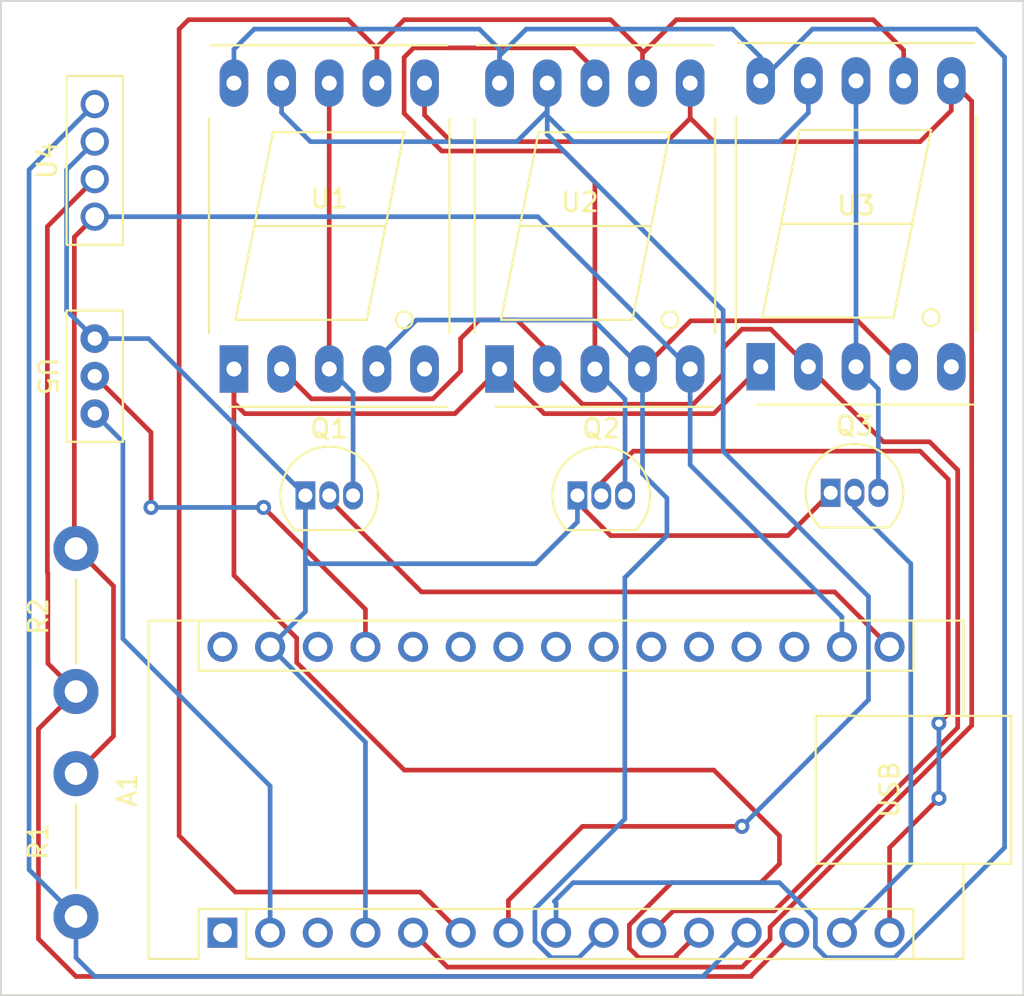
<source format=kicad_pcb>
(kicad_pcb (version 20211014) (generator pcbnew)
  (layers (0 "F.Cu" signal) (31 "B.Cu" signal) (34 "B.Paste" user) (35 "F.Paste" user) (36 "B.SilkS" user "B.Silkscreen") (37 "F.SilkS" user "F.Silkscreen") (38 "B.Mask" user) (39 "F.Mask" user) (44 "Edge.Cuts" user))
  (net 0 "")
  (net 2 "Net-(A1-Pad2)")
  (net 4 "Net-(Q1-Pad3)")
  (net 5 "Net-(Q2-Pad3)")
  (net 6 "Net-(Q3-Pad3)")
  (net 16 "Net-(A1-Pad12)")
  (net 19 "Net-(A1-Pad13)")
  (net 20 "GND")
  (net 21 "seg3")
  (net 22 "seg2")
  (net 23 "seg1")
  (net 24 "hm")
  (net 25 "vbr")
  (net 26 "hb")
  (net 27 "vbl")
  (net 28 "+5V")
  (net 29 "+3.3V")
  (net 32 "vtr")
  (net 33 "ht")
  (net 34 "vtl")
  (footprint "custom:resistor" (layer "F.Cu") (at 123 105.81 90)
    (fp_text reference "R1" (at 4 -2 90) (layer "F.SilkS"))
    (fp_text value "5.6K")
    (fp_line (start 6 0) (end 1.5 0) (layer "F.SilkS") (width 0.12))
    (pad "1" thru_hole circle (at 0 0 90) (size 2.4 2.4) (drill 1.2) (layers *.Cu *.Mask) (net 16 "Net-(A1-Pad12)"))
    (pad "2" thru_hole oval (at 7.62 0 90) (size 2.4 2.4) (drill 1.2) (layers *.Cu *.Mask) (net 29 "+3.3V"))
  )
  (footprint "Package_TO_SOT_THT:TO-92_Inline" (layer "F.Cu") (at 149.73 83.36)
    (fp_text reference "Q2" (at 1.27 -3.56) (layer "F.SilkS"))
    (fp_text value "2N3904")
    (fp_line (start -0.53 1.85) (end 3.07 1.85) (layer "F.SilkS") (width 0.12))
    (fp_arc (start 1.27 -2.6) (mid 3.672087 -0.994977) (end 3.108478 1.838478) (layer "F.SilkS") (width 0.12))
    (fp_arc (start -0.568478 1.838478) (mid -1.132087 -0.994977) (end 1.27 -2.6) (layer "F.SilkS") (width 0.12))
    (pad "1" thru_hole rect (at 0 0) (size 1.05 1.5) (drill 0.75) (layers *.Cu *.Mask) (net 20 "GND"))
    (pad "2" thru_hole oval (at 1.27 0) (size 1.05 1.5) (drill 0.75) (layers *.Cu *.Mask) (net 22 "seg2"))
    (pad "3" thru_hole oval (at 2.54 0) (size 1.05 1.5) (drill 0.75) (layers *.Cu *.Mask) (net 5 "Net-(Q2-Pad3)"))
  )
  (footprint "Package_TO_SOT_THT:TO-92_Inline" (layer "F.Cu") (at 163.23 83.22)
    (fp_text reference "Q3" (at 1.27 -3.56) (layer "F.SilkS"))
    (fp_text value "2N3904")
    (fp_line (start -0.53 1.85) (end 3.07 1.85) (layer "F.SilkS") (width 0.12))
    (fp_arc (start -0.568478 1.838478) (mid -1.132087 -0.994977) (end 1.27 -2.6) (layer "F.SilkS") (width 0.12))
    (fp_arc (start 1.27 -2.6) (mid 3.672087 -0.994977) (end 3.108478 1.838478) (layer "F.SilkS") (width 0.12))
    (pad "1" thru_hole rect (at 0 0) (size 1.05 1.5) (drill 0.75) (layers *.Cu *.Mask) (net 20 "GND"))
    (pad "2" thru_hole oval (at 1.27 0) (size 1.05 1.5) (drill 0.75) (layers *.Cu *.Mask) (net 21 "seg3"))
    (pad "3" thru_hole oval (at 2.54 0) (size 1.05 1.5) (drill 0.75) (layers *.Cu *.Mask) (net 6 "Net-(Q3-Pad3)"))
  )
  (footprint "Module:Arduino_Nano" (layer "F.Cu") (at 130.81 106.67 90)
    (fp_text reference "A1" (at 7.62 -5.08 90) (layer "F.SilkS"))
    (fp_text value "Arduino_Nano_Every")
    (fp_text user "USB" (at 7.62 35.56 90 unlocked) (layer "F.SilkS"))
    (fp_line (start 16.64 39.5) (end 11.56 39.5) (layer "F.SilkS") (width 0.12))
    (fp_line (start -1.4 39.5) (end 3.68 39.5) (layer "F.SilkS") (width 0.12))
    (fp_line (start 13.97 36.83) (end 16.64 36.83) (layer "F.SilkS") (width 0.12))
    (fp_line (start 16.64 -3.94) (end -1.4 -3.94) (layer "F.SilkS") (width 0.12))
    (fp_line (start -1.4 -3.94) (end -1.4 -1.27) (layer "F.SilkS") (width 0.12))
    (fp_line (start 13.97 -1.27) (end 16.64 -1.27) (layer "F.SilkS") (width 0.12))
    (fp_line (start 1.27 36.83) (end -1.4 36.83) (layer "F.SilkS") (width 0.12))
    (fp_line (start -1.4 1.27) (end -1.4 39.5) (layer "F.SilkS") (width 0.12))
    (fp_line (start 1.27 1.27) (end -1.4 1.27) (layer "F.SilkS") (width 0.12))
    (fp_line (start 11.56 42.04) (end 3.68 42.04) (layer "F.SilkS") (width 0.12))
    (fp_line (start 1.27 1.27) (end 1.27 36.83) (layer "F.SilkS") (width 0.12))
    (fp_line (start 13.97 -1.27) (end 13.97 36.83) (layer "F.SilkS") (width 0.12))
    (fp_line (start 1.27 1.27) (end 1.27 -1.27) (layer "F.SilkS") (width 0.12))
    (fp_line (start 1.27 -1.27) (end -1.4 -1.27) (layer "F.SilkS") (width 0.12))
    (fp_line (start 3.68 42.04) (end 3.68 31.62) (layer "F.SilkS") (width 0.12))
    (fp_line (start 11.56 31.62) (end 11.56 42.04) (layer "F.SilkS") (width 0.12))
    (fp_line (start 3.68 31.62) (end 11.56 31.62) (layer "F.SilkS") (width 0.12))
    (fp_line (start 16.64 39.5) (end 16.64 -3.94) (layer "F.SilkS") (width 0.12))
    (pad "1" thru_hole rect (at 0 0 90) (size 1.6 1.6) (drill 1) (layers *.Cu *.Mask))
    (pad "2" thru_hole oval (at 0 2.54 90) (size 1.6 1.6) (drill 1) (layers *.Cu *.Mask) (net 2 "Net-(A1-Pad2)"))
    (pad "3" thru_hole oval (at 0 5.08 90) (size 1.6 1.6) (drill 1) (layers *.Cu *.Mask))
    (pad "4" thru_hole oval (at 0 7.62 90) (size 1.6 1.6) (drill 1) (layers *.Cu *.Mask) (net 20 "GND"))
    (pad "5" thru_hole oval (at 0 10.16 90) (size 1.6 1.6) (drill 1) (layers *.Cu *.Mask) (net 32 "vtr"))
    (pad "6" thru_hole oval (at 0 12.7 90) (size 1.6 1.6) (drill 1) (layers *.Cu *.Mask) (net 33 "ht"))
    (pad "7" thru_hole oval (at 0 15.24 90) (size 1.6 1.6) (drill 1) (layers *.Cu *.Mask) (net 34 "vtl"))
    (pad "8" thru_hole oval (at 0 17.78 90) (size 1.6 1.6) (drill 1) (layers *.Cu *.Mask) (net 24 "hm"))
    (pad "9" thru_hole oval (at 0 20.32 90) (size 1.6 1.6) (drill 1) (layers *.Cu *.Mask) (net 25 "vbr"))
    (pad "10" thru_hole oval (at 0 22.86 90) (size 1.6 1.6) (drill 1) (layers *.Cu *.Mask) (net 26 "hb"))
    (pad "11" thru_hole oval (at 0 25.4 90) (size 1.6 1.6) (drill 1) (layers *.Cu *.Mask) (net 27 "vbl"))
    (pad "12" thru_hole oval (at 0 27.94 90) (size 1.6 1.6) (drill 1) (layers *.Cu *.Mask) (net 16 "Net-(A1-Pad12)"))
    (pad "13" thru_hole oval (at 0 30.48 90) (size 1.6 1.6) (drill 1) (layers *.Cu *.Mask) (net 19 "Net-(A1-Pad13)"))
    (pad "14" thru_hole oval (at 0 33.02 90) (size 1.6 1.6) (drill 1) (layers *.Cu *.Mask) (net 21 "seg3"))
    (pad "15" thru_hole oval (at 0 35.56 90) (size 1.6 1.6) (drill 1) (layers *.Cu *.Mask) (net 22 "seg2"))
    (pad "16" thru_hole oval (at 15.24 35.56 90) (size 1.6 1.6) (drill 1) (layers *.Cu *.Mask) (net 23 "seg1"))
    (pad "17" thru_hole oval (at 15.24 33.02 90) (size 1.6 1.6) (drill 1) (layers *.Cu *.Mask) (net 29 "+3.3V"))
    (pad "18" thru_hole oval (at 15.24 30.48 90) (size 1.6 1.6) (drill 1) (layers *.Cu *.Mask))
    (pad "19" thru_hole oval (at 15.24 27.94 90) (size 1.6 1.6) (drill 1) (layers *.Cu *.Mask))
    (pad "20" thru_hole oval (at 15.24 25.4 90) (size 1.6 1.6) (drill 1) (layers *.Cu *.Mask))
    (pad "21" thru_hole oval (at 15.24 22.86 90) (size 1.6 1.6) (drill 1) (layers *.Cu *.Mask))
    (pad "22" thru_hole oval (at 15.24 20.32 90) (size 1.6 1.6) (drill 1) (layers *.Cu *.Mask))
    (pad "23" thru_hole oval (at 15.24 17.78 90) (size 1.6 1.6) (drill 1) (layers *.Cu *.Mask))
    (pad "24" thru_hole oval (at 15.24 15.24 90) (size 1.6 1.6) (drill 1) (layers *.Cu *.Mask))
    (pad "25" thru_hole oval (at 15.24 12.7 90) (size 1.6 1.6) (drill 1) (layers *.Cu *.Mask))
    (pad "26" thru_hole oval (at 15.24 10.16 90) (size 1.6 1.6) (drill 1) (layers *.Cu *.Mask))
    (pad "27" thru_hole oval (at 15.24 7.62 90) (size 1.6 1.6) (drill 1) (layers *.Cu *.Mask) (net 28 "+5V"))
    (pad "28" thru_hole oval (at 15.24 5.08 90) (size 1.6 1.6) (drill 1) (layers *.Cu *.Mask))
    (pad "29" thru_hole oval (at 15.24 2.54 90) (size 1.6 1.6) (drill 1) (layers *.Cu *.Mask) (net 20 "GND"))
    (pad "30" thru_hole oval (at 15.24 0 90) (size 1.6 1.6) (drill 1) (layers *.Cu *.Mask))
  )
  (footprint "custom:resistor" (layer "F.Cu") (at 123 93.81 90)
    (fp_text reference "R2" (at 4 -2 90) (layer "F.SilkS"))
    (fp_text value "5.6K")
    (fp_line (start 6 0) (end 1.5 0) (layer "F.SilkS") (width 0.12))
    (pad "1" thru_hole circle (at 0 0 90) (size 2.4 2.4) (drill 1.2) (layers *.Cu *.Mask) (net 19 "Net-(A1-Pad13)"))
    (pad "2" thru_hole oval (at 7.62 0 90) (size 2.4 2.4) (drill 1.2) (layers *.Cu *.Mask) (net 29 "+3.3V"))
  )
  (footprint "Display_7Segment:7SegmentLED_LTS6760_LTS6780" (layer "F.Cu") (at 145.58 76.62 90)
    (fp_text reference "U2" (at 8.89 4.28 180) (layer "F.SilkS"))
    (fp_text value "7-seg")
    (fp_line (start 7.62 1.08) (end 2.62 0.08) (layer "F.SilkS") (width 0.12))
    (fp_line (start 7.62 8.08) (end 7.62 1.08) (layer "F.SilkS") (width 0.12))
    (fp_line (start 12.62 2.08) (end 12.62 9.08) (layer "F.SilkS") (width 0.12))
    (fp_line (start 12.62 9.08) (end 7.62 8.08) (layer "F.SilkS") (width 0.12))
    (fp_line (start 12.62 2.08) (end 7.62 1.08) (layer "F.SilkS") (width 0.12))
    (fp_line (start 2.62 0.08) (end 2.62 7.08) (layer "F.SilkS") (width 0.12))
    (fp_line (start 2.62 7.08) (end 7.62 8.08) (layer "F.SilkS") (width 0.12))
    (fp_line (start -2.015 -0.22) (end -2.015 11.38) (layer "F.SilkS") (width 0.12))
    (fp_line (start 1.905 -1.33) (end 13.335 -1.33) (layer "F.SilkS") (width 0.12))
    (fp_line (start 17.255 11.38) (end 17.255 -1.22) (layer "F.SilkS") (width 0.12))
    (fp_line (start 1.905 11.49) (end 13.335 11.49) (layer "F.SilkS") (width 0.12))
    (fp_circle (center 2.62 9.08) (end 3.067214 9.08) (layer "F.SilkS") (width 0.12) (fill none))
    (pad "1" thru_hole rect (at 0 0) (size 1.524 2.524) (drill 0.8) (layers *.Cu *.Mask) (net 27 "vbl"))
    (pad "2" thru_hole oval (at 0 2.54) (size 1.524 2.524) (drill 0.8) (layers *.Cu *.Mask) (net 26 "hb"))
    (pad "3" thru_hole oval (at 0 5.08) (size 1.524 2.524) (drill 0.8) (layers *.Cu *.Mask) (net 5 "Net-(Q2-Pad3)"))
    (pad "4" thru_hole oval (at 0 7.62) (size 1.524 2.524) (drill 0.8) (layers *.Cu *.Mask) (net 25 "vbr"))
    (pad "5" thru_hole oval (at 0 10.16) (size 1.524 2.524) (drill 0.8) (layers *.Cu *.Mask) (net 29 "+3.3V"))
    (pad "6" thru_hole oval (at 15.24 10.16) (size 1.524 2.524) (drill 0.8) (layers *.Cu *.Mask) (net 32 "vtr"))
    (pad "7" thru_hole oval (at 15.24 7.62) (size 1.524 2.524) (drill 0.8) (layers *.Cu *.Mask) (net 33 "ht"))
    (pad "8" thru_hole oval (at 15.24 5.08) (size 1.524 2.524) (drill 0.8) (layers *.Cu *.Mask) (net 5 "Net-(Q2-Pad3)"))
    (pad "9" thru_hole oval (at 15.24 2.54) (size 1.524 2.524) (drill 0.8) (layers *.Cu *.Mask) (net 34 "vtl"))
    (pad "10" thru_hole oval (at 15.24 0) (size 1.524 2.524) (drill 0.8) (layers *.Cu *.Mask) (net 24 "hm"))
  )
  (footprint "Display_7Segment:7SegmentLED_LTS6760_LTS6780" (layer "F.Cu") (at 159.5 76.5 90)
    (fp_text reference "U3" (at 8.587048 5.08 180) (layer "F.SilkS"))
    (fp_text value "7-seg")
    (fp_line (start 12.62 9.08) (end 7.62 8.08) (layer "F.SilkS") (width 0.12))
    (fp_line (start 12.62 2.08) (end 7.62 1.08) (layer "F.SilkS") (width 0.12))
    (fp_line (start 2.62 0.08) (end 2.62 7.08) (layer "F.SilkS") (width 0.12))
    (fp_line (start 2.62 7.08) (end 7.62 8.08) (layer "F.SilkS") (width 0.12))
    (fp_line (start 1.905 -1.33) (end 13.335 -1.33) (layer "F.SilkS") (width 0.12))
    (fp_line (start 17.255 11.38) (end 17.255 -1.22) (layer "F.SilkS") (width 0.12))
    (fp_line (start -2.015 -0.22) (end -2.015 11.38) (layer "F.SilkS") (width 0.12))
    (fp_line (start 12.62 2.08) (end 12.62 9.08) (layer "F.SilkS") (width 0.12))
    (fp_line (start 1.905 11.49) (end 13.335 11.49) (layer "F.SilkS") (width 0.12))
    (fp_line (start 7.62 8.08) (end 7.62 1.08) (layer "F.SilkS") (width 0.12))
    (fp_line (start 7.62 1.08) (end 2.62 0.08) (layer "F.SilkS") (width 0.12))
    (fp_circle (center 2.62 9.08) (end 3.067214 9.08) (layer "F.SilkS") (width 0.12) (fill none))
    (pad "1" thru_hole rect (at 0 0) (size 1.524 2.524) (drill 0.8) (layers *.Cu *.Mask) (net 27 "vbl"))
    (pad "2" thru_hole oval (at 0 2.54) (size 1.524 2.524) (drill 0.8) (layers *.Cu *.Mask) (net 26 "hb"))
    (pad "3" thru_hole oval (at 0 5.08) (size 1.524 2.524) (drill 0.8) (layers *.Cu *.Mask) (net 6 "Net-(Q3-Pad3)"))
    (pad "4" thru_hole oval (at 0 7.62) (size 1.524 2.524) (drill 0.8) (layers *.Cu *.Mask) (net 25 "vbr"))
    (pad "5" thru_hole oval (at 0 10.16) (size 1.524 2.524) (drill 0.8) (layers *.Cu *.Mask))
    (pad "6" thru_hole oval (at 15.24 10.16) (size 1.524 2.524) (drill 0.8) (layers *.Cu *.Mask) (net 32 "vtr"))
    (pad "7" thru_hole oval (at 15.24 7.62) (size 1.524 2.524) (drill 0.8) (layers *.Cu *.Mask) (net 33 "ht"))
    (pad "8" thru_hole oval (at 15.24 5.08) (size 1.524 2.524) (drill 0.8) (layers *.Cu *.Mask) (net 6 "Net-(Q3-Pad3)"))
    (pad "9" thru_hole oval (at 15.24 2.54) (size 1.524 2.524) (drill 0.8) (layers *.Cu *.Mask) (net 34 "vtl"))
    (pad "10" thru_hole oval (at 15.24 0) (size 1.524 2.524) (drill 0.8) (layers *.Cu *.Mask) (net 24 "hm"))
  )
  (footprint "custom:MG90S servo" (layer "F.Cu") (at 124 77 -90)
    (fp_text reference "U5" (at 0 2.54 -90 unlocked) (layer "F.SilkS"))
    (fp_text value "MG90S_servo")
    (fp_rect (start 3.5 -1.5) (end -3.5 1.5) (layer "F.SilkS") (width 0.12) (fill none))
    (pad "1" thru_hole circle (at -2 0 270) (size 1.524 1.524) (drill 0.762) (layers *.Cu *.Mask) (net 20 "GND"))
    (pad "2" thru_hole circle (at 0 0 270) (size 1.524 1.524) (drill 0.762) (layers *.Cu *.Mask) (net 28 "+5V"))
    (pad "3" thru_hole circle (at 2 0 270) (size 1.524 1.524) (drill 0.762) (layers *.Cu *.Mask) (net 2 "Net-(A1-Pad2)"))
  )
  (footprint "Package_TO_SOT_THT:TO-92_Inline" (layer "F.Cu") (at 135.23 83.36)
    (fp_text reference "Q1" (at 1.27 -3.56) (layer "F.SilkS"))
    (fp_text value "2N3904")
    (fp_line (start -0.53 1.85) (end 3.07 1.85) (layer "F.SilkS") (width 0.12))
    (fp_arc (start -0.568478 1.838478) (mid -1.132087 -0.994977) (end 1.27 -2.6) (layer "F.SilkS") (width 0.12))
    (fp_arc (start 1.27 -2.6) (mid 3.672087 -0.994977) (end 3.108478 1.838478) (layer "F.SilkS") (width 0.12))
    (pad "1" thru_hole rect (at 0 0) (size 1.05 1.5) (drill 0.75) (layers *.Cu *.Mask) (net 20 "GND"))
    (pad "2" thru_hole oval (at 1.27 0) (size 1.05 1.5) (drill 0.75) (layers *.Cu *.Mask) (net 23 "seg1"))
    (pad "3" thru_hole oval (at 2.54 0) (size 1.05 1.5) (drill 0.75) (layers *.Cu *.Mask) (net 4 "Net-(Q1-Pad3)"))
  )
  (footprint "Display_7Segment:7SegmentLED_LTS6760_LTS6780" (layer "F.Cu") (at 131.42 76.62 90)
    (fp_text reference "U1" (at 9.08 5.08 180) (layer "F.SilkS"))
    (fp_text value "7-seg")
    (fp_line (start 7.62 1.08) (end 2.62 0.08) (layer "F.SilkS") (width 0.12))
    (fp_line (start 12.62 2.08) (end 12.62 9.08) (layer "F.SilkS") (width 0.12))
    (fp_line (start 7.62 8.08) (end 7.62 1.08) (layer "F.SilkS") (width 0.12))
    (fp_line (start 12.62 9.08) (end 7.62 8.08) (layer "F.SilkS") (width 0.12))
    (fp_line (start 1.905 -1.33) (end 13.335 -1.33) (layer "F.SilkS") (width 0.12))
    (fp_line (start 1.905 11.49) (end 13.335 11.49) (layer "F.SilkS") (width 0.12))
    (fp_line (start -2.015 -0.22) (end -2.015 11.38) (layer "F.SilkS") (width 0.12))
    (fp_line (start 12.62 2.08) (end 7.62 1.08) (layer "F.SilkS") (width 0.12))
    (fp_line (start 2.62 0.08) (end 2.62 7.08) (layer "F.SilkS") (width 0.12))
    (fp_line (start 17.255 11.38) (end 17.255 -1.22) (layer "F.SilkS") (width 0.12))
    (fp_line (start 2.62 7.08) (end 7.62 8.08) (layer "F.SilkS") (width 0.12))
    (fp_circle (center 2.62 9.08) (end 3.067214 9.08) (layer "F.SilkS") (width 0.12) (fill none))
    (pad "1" thru_hole rect (at 0 0) (size 1.524 2.524) (drill 0.8) (layers *.Cu *.Mask) (net 27 "vbl"))
    (pad "2" thru_hole oval (at 0 2.54) (size 1.524 2.524) (drill 0.8) (layers *.Cu *.Mask) (net 26 "hb"))
    (pad "3" thru_hole oval (at 0 5.08) (size 1.524 2.524) (drill 0.8) (layers *.Cu *.Mask) (net 4 "Net-(Q1-Pad3)"))
    (pad "4" thru_hole oval (at 0 7.62) (size 1.524 2.524) (drill 0.8) (layers *.Cu *.Mask) (net 25 "vbr"))
    (pad "5" thru_hole oval (at 0 10.16) (size 1.524 2.524) (drill 0.8) (layers *.Cu *.Mask))
    (pad "6" thru_hole oval (at 15.24 10.16) (size 1.524 2.524) (drill 0.8) (layers *.Cu *.Mask) (net 32 "vtr"))
    (pad "7" thru_hole oval (at 15.24 7.62) (size 1.524 2.524) (drill 0.8) (layers *.Cu *.Mask) (net 33 "ht"))
    (pad "8" thru_hole oval (at 15.24 5.08) (size 1.524 2.524) (drill 0.8) (layers *.Cu *.Mask) (net 4 "Net-(Q1-Pad3)"))
    (pad "9" thru_hole oval (at 15.24 2.54) (size 1.524 2.524) (drill 0.8) (layers *.Cu *.Mask) (net 34 "vtl"))
    (pad "10" thru_hole oval (at 15.24 0) (size 1.524 2.524) (drill 0.8) (layers *.Cu *.Mask) (net 24 "hm"))
  )
  (footprint "custom:AM2320 (temperature and humidity sensor)" (layer "F.Cu") (at 124 65.5 90)
    (fp_text reference "U4" (at 0 -2.54 90 unlocked) (layer "F.SilkS"))
    (fp_text value "AM2320")
    (fp_rect (start 4.5 -1.5) (end -4.5 1.5) (layer "F.SilkS") (width 0.12) (fill none))
    (pad "1" thru_hole circle (at -3 0 90) (size 1.5 1.5) (drill 1) (layers *.Cu *.Mask) (net 29 "+3.3V"))
    (pad "2" thru_hole circle (at -1 0 90) (size 1.5 1.5) (drill 1) (layers *.Cu *.Mask) (net 19 "Net-(A1-Pad13)"))
    (pad "3" thru_hole circle (at 1 0 90) (size 1.5 1.5) (drill 1) (layers *.Cu *.Mask) (net 20 "GND"))
    (pad "4" thru_hole circle (at 3 0 90) (size 1.5 1.5) (drill 1) (layers *.Cu *.Mask) (net 16 "Net-(A1-Pad12)"))
  )
  (gr_rect (start 173.5 57) (end 119 110) (layer "Edge.Cuts") (width 0.1) (fill none))
  (segment (start 125.5 80.5) (end 124 79) (width 0.25) (layer "B.Cu") (net 2))
  (segment (start 125.5 91) (end 125.5 80.5) (width 0.25) (layer "B.Cu") (net 2))
  (segment (start 133.35 106.67) (end 133.35 98.85) (width 0.25) (layer "B.Cu") (net 2))
  (segment (start 133.35 98.85) (end 125.5 91) (width 0.25) (layer "B.Cu") (net 2))
  (segment (start 136.5 61.38) (end 136.5 76.62) (width 0.25) (layer "F.Cu") (net 4))
  (segment (start 137.77 77.89) (end 136.5 76.62) (width 0.25) (layer "B.Cu") (net 4))
  (segment (start 137.77 83.36) (end 137.77 77.89) (width 0.25) (layer "B.Cu") (net 4))
  (segment (start 142.5 65) (end 149 65) (width 0.25) (layer "F.Cu") (net 5))
  (segment (start 149 65) (end 150.66 66.66) (width 0.25) (layer "F.Cu") (net 5))
  (segment (start 140.493 60.007) (end 140.493 62.993) (width 0.25) (layer "F.Cu") (net 5))
  (segment (start 141 59.5) (end 140.493 60.007) (width 0.25) (layer "F.Cu") (net 5))
  (segment (start 150.66 60.66) (end 149.5 59.5) (width 0.25) (layer "F.Cu") (net 5))
  (segment (start 140.493 62.993) (end 142.5 65) (width 0.25) (layer "F.Cu") (net 5))
  (segment (start 150.66 66.66) (end 150.66 76.62) (width 0.25) (layer "F.Cu") (net 5))
  (segment (start 149.5 59.5) (end 141 59.5) (width 0.25) (layer "F.Cu") (net 5))
  (segment (start 150.66 76.62) (end 152.27 78.23) (width 0.25) (layer "B.Cu") (net 5))
  (segment (start 152.27 78.23) (end 152.27 83.36) (width 0.25) (layer "B.Cu") (net 5))
  (segment (start 164.58 61.26) (end 164.58 76.5) (width 0.25) (layer "B.Cu") (net 6))
  (segment (start 164.58 76.5) (end 165.77 77.69) (width 0.25) (layer "B.Cu") (net 6))
  (segment (start 165.77 77.69) (end 165.77 83.22) (width 0.25) (layer "B.Cu") (net 6))
  (segment (start 123 105.81) (end 123 108) (width 0.25) (layer "B.Cu") (net 16))
  (segment (start 124 109) (end 156.5 109) (width 0.25) (layer "B.Cu") (net 16))
  (segment (start 156.5 108.92) (end 158.75 106.67) (width 0.25) (layer "B.Cu") (net 16))
  (segment (start 156.5 109) (end 156.5 108.92) (width 0.25) (layer "B.Cu") (net 16))
  (segment (start 120.5 103.31) (end 123 105.81) (width 0.25) (layer "B.Cu") (net 16))
  (segment (start 124 62.5) (end 120.5 66) (width 0.25) (layer "B.Cu") (net 16))
  (segment (start 120.5 66) (end 120.5 103.31) (width 0.25) (layer "B.Cu") (net 16))
  (segment (start 123 108) (end 124 109) (width 0.25) (layer "B.Cu") (net 16))
  (segment (start 121 107) (end 123 109) (width 0.25) (layer "F.Cu") (net 19))
  (segment (start 121.5 87.5) (end 121.5 92.31) (width 0.25) (layer "F.Cu") (net 19))
  (segment (start 121.475 87.475) (end 121.5 87.5) (width 0.25) (layer "F.Cu") (net 19))
  (segment (start 121.5 92.31) (end 123 93.81) (width 0.25) (layer "F.Cu") (net 19))
  (segment (start 124 66.5) (end 121.475 69.025) (width 0.25) (layer "F.Cu") (net 19))
  (segment (start 123 93.81) (end 121 95.81) (width 0.25) (layer "F.Cu") (net 19))
  (segment (start 123 109) (end 159 109) (width 0.25) (layer "F.Cu") (net 19))
  (segment (start 159 109) (end 159 108.96) (width 0.25) (layer "F.Cu") (net 19))
  (segment (start 121.475 69.025) (end 121.475 87.475) (width 0.25) (layer "F.Cu") (net 19))
  (segment (start 121 95.81) (end 121 107) (width 0.25) (layer "F.Cu") (net 19))
  (segment (start 159 108.96) (end 161.29 106.67) (width 0.25) (layer "F.Cu") (net 19))
  (segment (start 163.23 83.22) (end 160.95 85.5) (width 0.25) (layer "F.Cu") (net 20))
  (segment (start 160.95 85.5) (end 151.5 85.5) (width 0.25) (layer "F.Cu") (net 20))
  (segment (start 151.5 85.5) (end 149.73 83.73) (width 0.25) (layer "F.Cu") (net 20))
  (segment (start 149.73 83.36) (end 149.73 84.77) (width 0.25) (layer "B.Cu") (net 20))
  (segment (start 135.23 86.77) (end 135.23 89.55) (width 0.25) (layer "B.Cu") (net 20))
  (segment (start 122.5 66) (end 122.5 73.5) (width 0.25) (layer "B.Cu") (net 20))
  (segment (start 149.73 84.77) (end 147.5 87) (width 0.25) (layer "B.Cu") (net 20))
  (segment (start 126.87 75) (end 135.23 83.36) (width 0.25) (layer "B.Cu") (net 20))
  (segment (start 135.23 83.36) (end 135.23 86.77) (width 0.25) (layer "B.Cu") (net 20))
  (segment (start 135.23 89.55) (end 133.35 91.43) (width 0.25) (layer "B.Cu") (net 20))
  (segment (start 147.5 87) (end 135.46 87) (width 0.25) (layer "B.Cu") (net 20))
  (segment (start 122.5 73.5) (end 124 75) (width 0.25) (layer "B.Cu") (net 20))
  (segment (start 138.43 96.51) (end 133.35 91.43) (width 0.25) (layer "B.Cu") (net 20))
  (segment (start 135.46 87) (end 135.23 86.77) (width 0.25) (layer "B.Cu") (net 20))
  (segment (start 124 64.5) (end 122.5 66) (width 0.25) (layer "B.Cu") (net 20))
  (segment (start 124 75) (end 126.87 75) (width 0.25) (layer "B.Cu") (net 20))
  (segment (start 138.43 106.67) (end 138.43 96.51) (width 0.25) (layer "B.Cu") (net 20))
  (segment (start 167.5 103) (end 163.83 106.67) (width 0.25) (layer "B.Cu") (net 21))
  (segment (start 164.5 83.22) (end 164.5 84) (width 0.25) (layer "B.Cu") (net 21))
  (segment (start 164.5 84) (end 167.5 87) (width 0.25) (layer "B.Cu") (net 21))
  (segment (start 167.5 87) (end 167.5 103) (width 0.25) (layer "B.Cu") (net 21))
  (segment (start 151 83.36) (end 151 82.705) (width 0.25) (layer "F.Cu") (net 22))
  (segment (start 166.37 102.13) (end 169 99.5) (width 0.25) (layer "F.Cu") (net 22))
  (segment (start 151 82.705) (end 152.705 81) (width 0.25) (layer "F.Cu") (net 22))
  (segment (start 169.5 82.5) (end 169.5 95) (width 0.25) (layer "F.Cu") (net 22))
  (segment (start 169.5 95) (end 169 95.5) (width 0.25) (layer "F.Cu") (net 22))
  (segment (start 166.37 106.67) (end 166.37 102.13) (width 0.25) (layer "F.Cu") (net 22))
  (segment (start 168 81) (end 169.5 82.5) (width 0.25) (layer "F.Cu") (net 22))
  (segment (start 152.705 81) (end 168 81) (width 0.25) (layer "F.Cu") (net 22))
  (via (at 169 95.5) (size 0.8) (drill 0.4) (layers "F.Cu" "B.Cu") (net 22))
  (via (at 169 99.5) (size 0.8) (drill 0.4) (layers "F.Cu" "B.Cu") (net 22))
  (segment (start 169 99.5) (end 169 95.5) (width 0.25) (layer "B.Cu") (net 22))
  (segment (start 166.37 91.43) (end 163.44 88.5) (width 0.25) (layer "F.Cu") (net 23))
  (segment (start 141.415 88.5) (end 136.5 83.585) (width 0.25) (layer "F.Cu") (net 23))
  (segment (start 163.44 88.5) (end 141.415 88.5) (width 0.25) (layer "F.Cu") (net 23))
  (segment (start 145.58 59.92) (end 147 58.5) (width 0.25) (layer "B.Cu") (net 24))
  (segment (start 162.415 105.915) (end 160.5 104) (width 0.25) (layer "B.Cu") (net 24))
  (segment (start 148.5 105) (end 148.59 105.09) (width 0.25) (layer "B.Cu") (net 24))
  (segment (start 145.58 59.58) (end 145.58 61.38) (width 0.25) (layer "B.Cu") (net 24))
  (segment (start 159.5 60) (end 159.5 61.26) (width 0.25) (layer "B.Cu") (net 24))
  (segment (start 162.415 107.415) (end 162.415 105.915) (width 0.25) (layer "B.Cu") (net 24))
  (segment (start 166.630991 108) (end 163 108) (width 0.25) (layer "B.Cu") (net 24))
  (segment (start 163 108) (end 162.415 107.415) (width 0.25) (layer "B.Cu") (net 24))
  (segment (start 147 58.5) (end 158 58.5) (width 0.25) (layer "B.Cu") (net 24))
  (segment (start 160.5 104) (end 149.5 104) (width 0.25) (layer "B.Cu") (net 24))
  (segment (start 144.5 58.5) (end 145.58 59.58) (width 0.25) (layer "B.Cu") (net 24))
  (segment (start 159.5 61.26) (end 162.26 58.5) (width 0.25) (layer "B.Cu") (net 24))
  (segment (start 172.5 60) (end 172.5 102.130991) (width 0.25) (layer "B.Cu") (net 24))
  (segment (start 148.59 105.09) (end 148.59 106.67) (width 0.25) (layer "B.Cu") (net 24))
  (segment (start 158 58.5) (end 159.5 60) (width 0.25) (layer "B.Cu") (net 24))
  (segment (start 172.5 102.130991) (end 166.630991 108) (width 0.25) (layer "B.Cu") (net 24))
  (segment (start 162.26 58.5) (end 171 58.5) (width 0.25) (layer "B.Cu") (net 24))
  (segment (start 131.42 59.58) (end 132.5 58.5) (width 0.25) (layer "B.Cu") (net 24))
  (segment (start 149.5 104) (end 148.5 105) (width 0.25) (layer "B.Cu") (net 24))
  (segment (start 132.5 58.5) (end 144.5 58.5) (width 0.25) (layer "B.Cu") (net 24))
  (segment (start 171 58.5) (end 172.5 60) (width 0.25) (layer "B.Cu") (net 24))
  (segment (start 131.42 61.38) (end 131.42 59.58) (width 0.25) (layer "B.Cu") (net 24))
  (segment (start 145.58 61.38) (end 145.58 59.92) (width 0.25) (layer "B.Cu") (net 24))
  (segment (start 167.12 76.5) (end 164.67 74.05) (width 0.25) (layer "F.Cu") (net 25))
  (segment (start 164.67 74.05) (end 155.77 74.05) (width 0.25) (layer "F.Cu") (net 25))
  (segment (start 155.77 74.05) (end 153.2 76.62) (width 0.25) (layer "F.Cu") (net 25))
  (segment (start 152.255 100.608604) (end 147.465 105.398604) (width 0.25) (layer "B.Cu") (net 25))
  (segment (start 153.2 82.2) (end 154.5 83.5) (width 0.25) (layer "B.Cu") (net 25))
  (segment (start 153.2 76.62) (end 153.2 82.2) (width 0.25) (layer "B.Cu") (net 25))
  (segment (start 154.5 85.5) (end 152.255 87.745) (width 0.25) (layer "B.Cu") (net 25))
  (segment (start 152.255 87.745) (end 152.255 100.608604) (width 0.25) (layer "B.Cu") (net 25))
  (segment (start 154.5 83.5) (end 154.5 85.5) (width 0.25) (layer "B.Cu") (net 25))
  (segment (start 147.465 107.135991) (end 148.329009 108) (width 0.25) (layer "B.Cu") (net 25))
  (segment (start 150.588198 74.008198) (end 153.2 76.62) (width 0.25) (layer "B.Cu") (net 25))
  (segment (start 141.151802 74.008198) (end 150.588198 74.008198) (width 0.25) (layer "B.Cu") (net 25))
  (segment (start 147.465 105.398604) (end 147.465 107.135991) (width 0.25) (layer "B.Cu") (net 25))
  (segment (start 148.329009 108) (end 149.8 108) (width 0.25) (layer "B.Cu") (net 25))
  (segment (start 149.8 108) (end 151.13 106.67) (width 0.25) (layer "B.Cu") (net 25))
  (segment (start 139.04 76.12) (end 141.151802 74.008198) (width 0.25) (layer "B.Cu") (net 25))
  (segment (start 158.5 74.5) (end 160.04 74.5) (width 0.25) (layer "F.Cu") (net 26))
  (segment (start 157.5 76.89725) (end 157.5 75.5) (width 0.25) (layer "F.Cu") (net 26))
  (segment (start 170 95.732613) (end 160.232613 105.5) (width 0.25) (layer "F.Cu") (net 26))
  (segment (start 143.5 75) (end 144.5 74) (width 0.25) (layer "F.Cu") (net 26))
  (segment (start 162.04 76.5) (end 166.04 80.5) (width 0.25) (layer "F.Cu") (net 26))
  (segment (start 166.04 80.5) (end 168.5 80.5) (width 0.25) (layer "F.Cu") (net 26))
  (segment (start 146.5 74) (end 148.12 75.62) (width 0.25) (layer "F.Cu") (net 26))
  (segment (start 160.04 74.5) (end 162.04 76.5) (width 0.25) (layer "F.Cu") (net 26))
  (segment (start 133.96 76.62) (end 135.547 78.207) (width 0.25) (layer "F.Cu") (net 26))
  (segment (start 143.5 76.73725) (end 143.5 75) (width 0.25) (layer "F.Cu") (net 26))
  (segment (start 170 82) (end 170 95.732613) (width 0.25) (layer "F.Cu") (net 26))
  (segment (start 157.5 75.5) (end 158.5 74.5) (width 0.25) (layer "F.Cu") (net 26))
  (segment (start 160.232613 105.5) (end 154.84 105.5) (width 0.25) (layer "F.Cu") (net 26))
  (segment (start 144.5 74) (end 146.5 74) (width 0.25) (layer "F.Cu") (net 26))
  (segment (start 142.03025 78.207) (end 143.5 76.73725) (width 0.25) (layer "F.Cu") (net 26))
  (segment (start 150 78.5) (end 155.89725 78.5) (width 0.25) (layer "F.Cu") (net 26))
  (segment (start 168.5 80.5) (end 170 82) (width 0.25) (layer "F.Cu") (net 26))
  (segment (start 135.547 78.207) (end 142.03025 78.207) (width 0.25) (layer "F.Cu") (net 26))
  (segment (start 155.89725 78.5) (end 157.5 76.89725) (width 0.25) (layer "F.Cu") (net 26))
  (segment (start 148.12 76.62) (end 150 78.5) (width 0.25) (layer "F.Cu") (net 26))
  (segment (start 154.84 105.5) (end 153.67 106.67) (width 0.25) (layer "F.Cu") (net 26))
  (segment (start 155 108) (end 155 107.88) (width 0.25) (layer "F.Cu") (net 27))
  (segment (start 131.42 76.62) (end 131.42 78.42) (width 0.25) (layer "F.Cu") (net 27))
  (segment (start 134.765 90.964009) (end 134.765 92.265) (width 0.25) (layer "F.Cu") (net 27))
  (segment (start 131.42 87.619009) (end 134.765 90.964009) (width 0.25) (layer "F.Cu") (net 27))
  (segment (start 160.5 101.5) (end 160.5 103) (width 0.25) (layer "F.Cu") (net 27))
  (segment (start 143.2 79) (end 145.58 76.62) (width 0.25) (layer "F.Cu") (net 27))
  (segment (start 160.5 103) (end 159.5 104) (width 0.25) (layer "F.Cu") (net 27))
  (segment (start 140.5 98) (end 157 98) (width 0.25) (layer "F.Cu") (net 27))
  (segment (start 153 108) (end 155 108) (width 0.25) (layer "F.Cu") (net 27))
  (segment (start 131.42 78.42) (end 132 79) (width 0.25) (layer "F.Cu") (net 27))
  (segment (start 157 79) (end 159.5 76.5) (width 0.25) (layer "F.Cu") (net 27))
  (segment (start 157 98) (end 160.5 101.5) (width 0.25) (layer "F.Cu") (net 27))
  (segment (start 154.749009 104) (end 152.5 106.249009) (width 0.25) (layer "F.Cu") (net 27))
  (segment (start 159.5 104) (end 154.749009 104) (width 0.25) (layer "F.Cu") (net 27))
  (segment (start 132 79) (end 143.2 79) (width 0.25) (layer "F.Cu") (net 27))
  (segment (start 131.42 76.62) (end 131.42 87.619009) (width 0.25) (layer "F.Cu") (net 27))
  (segment (start 152.5 106.249009) (end 152.5 107.5) (width 0.25) (layer "F.Cu") (net 27))
  (segment (start 155 107.88) (end 156.21 106.67) (width 0.25) (layer "F.Cu") (net 27))
  (segment (start 134.765 92.265) (end 140.5 98) (width 0.25) (layer "F.Cu") (net 27))
  (segment (start 147.96 79) (end 157 79) (width 0.25) (layer "F.Cu") (net 27))
  (segment (start 145.58 76.62) (end 147.96 79) (width 0.25) (layer "F.Cu") (net 27))
  (segment (start 152.5 107.5) (end 153 108) (width 0.25) (layer "F.Cu") (net 27))
  (segment (start 138.43 89.43) (end 133 84) (width 0.25) (layer "F.Cu") (net 28))
  (segment (start 138.43 91.43) (end 138.43 89.43) (width 0.25) (layer "F.Cu") (net 28))
  (segment (start 124 77) (end 127 80) (width 0.25) (layer "F.Cu") (net 28))
  (segment (start 127 80) (end 127 84) (width 0.25) (layer "F.Cu") (net 28))
  (via (at 133 84) (size 0.8) (drill 0.4) (layers "F.Cu" "B.Cu") (net 28))
  (via (at 127 84) (size 0.8) (drill 0.4) (layers "F.Cu" "B.Cu") (net 28))
  (segment (start 133 84) (end 127 84) (width 0.25) (layer "B.Cu") (net 28))
  (segment (start 122.913 69.587) (end 124 68.5) (width 0.25) (layer "F.Cu") (net 29))
  (segment (start 122.913 86.103) (end 122.913 69.587) (width 0.25) (layer "F.Cu") (net 29))
  (segment (start 125 88.19) (end 123 86.19) (width 0.25) (layer "F.Cu") (net 29))
  (segment (start 125 96.19) (end 125 88.19) (width 0.25) (layer "F.Cu") (net 29))
  (segment (start 123 98.19) (end 125 96.19) (width 0.25) (layer "F.Cu") (net 29))
  (segment (start 163.83 91.43) (end 163.83 89.83) (width 0.25) (layer "B.Cu") (net 29))
  (segment (start 155.74 76.62) (end 147.62 68.5) (width 0.25) (layer "B.Cu") (net 29))
  (segment (start 163.83 89.83) (end 155.74 81.74) (width 0.25) (layer "B.Cu") (net 29))
  (segment (start 147.62 68.5) (end 124 68.5) (width 0.25) (layer "B.Cu") (net 29))
  (segment (start 155.74 81.74) (end 155.74 76.62) (width 0.25) (layer "B.Cu") (net 29))
  (segment (start 169.66 61.26) (end 170.747 62.347) (width 0.25) (layer "F.Cu") (net 32))
  (segment (start 168 64.5) (end 169.66 62.84) (width 0.25) (layer "F.Cu") (net 32))
  (segment (start 170.747 95.622009) (end 160 106.369009) (width 0.25) (layer "F.Cu") (net 32))
  (segment (start 155.74 63.24) (end 157 64.5) (width 0.25) (layer "F.Cu") (net 32))
  (segment (start 143 64.5) (end 154.5 64.5) (width 0.25) (layer "F.Cu") (net 32))
  (segment (start 169.66 62.84) (end 169.66 61.26) (width 0.25) (layer "F.Cu") (net 32))
  (segment (start 157 64.5) (end 168 64.5) (width 0.25) (layer "F.Cu") (net 32))
  (segment (start 141.58 61.38) (end 141.58 63.08) (width 0.25) (layer "F.Cu") (net 32))
  (segment (start 155.74 63.26) (end 155.74 61.38) (width 0.25) (layer "F.Cu") (net 32))
  (segment (start 155.74 63.26) (end 155.74 63.24) (width 0.25) (layer "F.Cu") (net 32))
  (segment (start 142.8 108.5) (end 140.97 106.67) (width 0.25) (layer "F.Cu") (net 32))
  (segment (start 160 106.369009) (end 160 107.010991) (width 0.25) (layer "F.Cu") (net 32))
  (segment (start 141.58 63.08) (end 143 64.5) (width 0.25) (layer "F.Cu") (net 32))
  (segment (start 158.510991 108.5) (end 142.8 108.5) (width 0.25) (layer "F.Cu") (net 32))
  (segment (start 154.5 64.5) (end 155.74 63.26) (width 0.25) (layer "F.Cu") (net 32))
  (segment (start 160 107.010991) (end 158.510991 108.5) (width 0.25) (layer "F.Cu") (net 32))
  (segment (start 170.747 62.347) (end 170.747 95.622009) (width 0.25) (layer "F.Cu") (net 32))
  (segment (start 139.04 61.38) (end 139.04 59.46) (width 0.25) (layer "F.Cu") (net 33))
  (segment (start 141.34 104.5) (end 143.51 106.67) (width 0.25) (layer "F.Cu") (net 33))
  (segment (start 151.5 58) (end 153.2 59.7) (width 0.25) (layer "F.Cu") (net 33))
  (segment (start 165.5 58) (end 167.12 59.62) (width 0.25) (layer "F.Cu") (net 33))
  (segment (start 128.5 58.5) (end 128.5 101.5) (width 0.25) (layer "F.Cu") (net 33))
  (segment (start 139.04 61.38) (end 139.04 59.54) (width 0.25) (layer "F.Cu") (net 33))
  (segment (start 153.2 59.7) (end 153.2 61.38) (width 0.25) (layer "F.Cu") (net 33))
  (segment (start 131.5 104.5) (end 141.34 104.5) (width 0.25) (layer "F.Cu") (net 33))
  (segment (start 139.04 59.54) (end 137.5 58) (width 0.25) (layer "F.Cu") (net 33))
  (segment (start 129 58) (end 128.5 58.5) (width 0.25) (layer "F.Cu") (net 33))
  (segment (start 167.12 59.62) (end 167.12 61.26) (width 0.25) (layer "F.Cu") (net 33))
  (segment (start 128.5 101.5) (end 131.5 104.5) (width 0.25) (layer "F.Cu") (net 33))
  (segment (start 155 58) (end 165.5 58) (width 0.25) (layer "F.Cu") (net 33))
  (segment (start 153.3 59.7) (end 153.2 59.7) (width 0.25) (layer "F.Cu") (net 33))
  (segment (start 155 58) (end 153.3 59.7) (width 0.25) (layer "F.Cu") (net 33))
  (segment (start 139.04 59.46) (end 140.5 58) (width 0.25) (layer "F.Cu") (net 33))
  (segment (start 140.5 58) (end 151.5 58) (width 0.25) (layer "F.Cu") (net 33))
  (segment (start 137.5 58) (end 129 58) (width 0.25) (layer "F.Cu") (net 33))
  (segment (start 150 101) (end 158.5 101) (width 0.25) (layer "F.Cu") (net 34))
  (segment (start 146.05 106.67) (end 146.05 104.95) (width 0.25) (layer "F.Cu") (net 34))
  (segment (start 146.05 104.95) (end 150 101) (width 0.25) (layer "F.Cu") (net 34))
  (via (at 158.5 101) (size 0.8) (drill 0.4) (layers "F.Cu" "B.Cu") (net 34))
  (segment (start 149.5 64.5) (end 160.5 64.5) (width 0.25) (layer "B.Cu") (net 34))
  (segment (start 157.5 73.5) (end 157.5 81) (width 0.25) (layer "B.Cu") (net 34))
  (segment (start 165.245 94.255) (end 158.5 101) (width 0.25) (layer "B.Cu") (net 34))
  (segment (start 133.96 61.38) (end 133.96 62.96) (width 0.25) (layer "B.Cu") (net 34))
  (segment (start 160.5 64.5) (end 162.04 62.96) (width 0.25) (layer "B.Cu") (net 34))
  (segment (start 133.96 62.96) (end 135.5 64.5) (width 0.25) (layer "B.Cu") (net 34))
  (segment (start 165.245 88.745) (end 165.245 94.255) (width 0.25) (layer "B.Cu") (net 34))
  (segment (start 148.12 61.38) (end 148.12 63.12) (width 0.25) (layer "B.Cu") (net 34))
  (segment (start 157.5 81) (end 165.245 88.745) (width 0.25) (layer "B.Cu") (net 34))
  (segment (start 148.12 62.88) (end 148.12 61.38) (width 0.25) (layer "B.Cu") (net 34))
  (segment (start 148.12 63.12) (end 149.5 64.5) (width 0.25) (layer "B.Cu") (net 34))
  (segment (start 148.12 61.38) (end 148.12 64.12) (width 0.25) (layer "B.Cu") (net 34))
  (segment (start 162.04 62.96) (end 162.04 61.26) (width 0.25) (layer "B.Cu") (net 34))
  (segment (start 146.5 64.5) (end 148.12 62.88) (width 0.25) (layer "B.Cu") (net 34))
  (segment (start 135.5 64.5) (end 146.5 64.5) (width 0.25) (layer "B.Cu") (net 34))
  (segment (start 148.12 64.12) (end 157.5 73.5) (width 0.25) (layer "B.Cu") (net 34))
)
</source>
